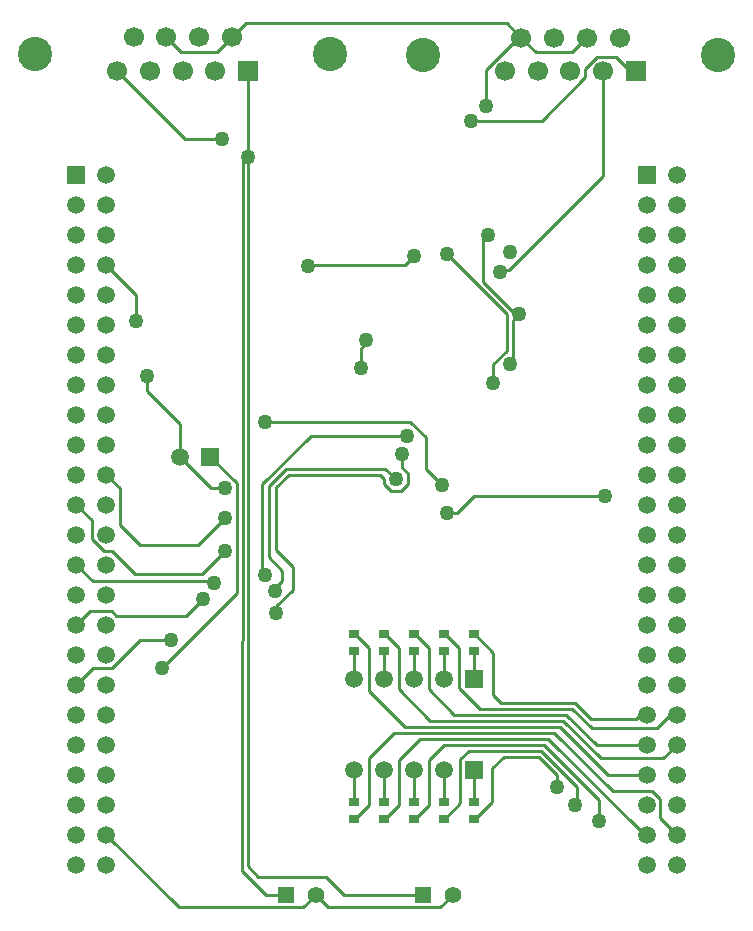
<source format=gbl>
G04*
G04 #@! TF.GenerationSoftware,Altium Limited,Altium Designer,19.0.15 (446)*
G04*
G04 Layer_Physical_Order=2*
G04 Layer_Color=16711680*
%FSLAX25Y25*%
%MOIN*%
G70*
G01*
G75*
%ADD14C,0.01000*%
%ADD29R,0.05906X0.05906*%
%ADD54C,0.11417*%
%ADD55C,0.06693*%
%ADD56R,0.06693X0.06693*%
%ADD57C,0.05906*%
%ADD58R,0.05906X0.05906*%
%ADD59R,0.05512X0.05512*%
%ADD60C,0.05512*%
%ADD61C,0.05000*%
%ADD62R,0.03543X0.02756*%
D14*
X263669Y460181D02*
X268488Y465000D01*
X267394Y418772D02*
X269122Y420500D01*
X267394Y259284D02*
Y418772D01*
X275000Y174500D02*
X281665D01*
X267122Y182378D02*
X275000Y174500D01*
X267122Y182378D02*
Y259012D01*
X272500Y180500D02*
X295000D01*
X269122Y183878D02*
X272500Y180500D01*
X269122Y183878D02*
Y420500D01*
X295000Y180500D02*
X301000Y174500D01*
X327394D01*
X258823Y455335D02*
X263669Y460181D01*
X269122Y420500D02*
Y449000D01*
X256551Y320500D02*
X265394Y311657D01*
X240500Y250047D02*
X265394Y274941D01*
X267122Y259012D02*
X267394Y259284D01*
X265394Y274941D02*
Y311657D01*
X246150Y170244D02*
X287409D01*
X291665Y174500D01*
X221894Y194500D02*
X246150Y170244D01*
X256394Y320500D02*
X256551D01*
X246705Y455335D02*
X258823D01*
X361319Y459000D02*
X361569Y458750D01*
X365075Y455244D01*
X378828Y206672D02*
Y210500D01*
X366828Y222500D02*
X378828Y210500D01*
X367657Y224500D02*
X386000Y206157D01*
X369209Y226500D02*
X399606Y196102D01*
X371209Y228500D02*
X390756Y208953D01*
X389000Y214500D02*
X399894D01*
X373000Y230500D02*
X389000Y214500D01*
X386661Y220047D02*
X407547D01*
X374209Y232500D02*
X386661Y220047D01*
X385500Y224209D02*
X399602D01*
X375209Y234500D02*
X385500Y224209D01*
X390756Y208953D02*
X403844D01*
X399602Y224209D02*
X401894Y226500D01*
X401496Y196102D02*
X401894Y196500D01*
X378000Y205843D02*
X378828Y206672D01*
X317894Y228500D02*
X371209D01*
X321394Y230500D02*
X373000D01*
X378000Y204500D02*
Y205843D01*
X329787Y232500D02*
X374209D01*
X334394Y224500D02*
X367657D01*
X399606Y196102D02*
X401496D01*
X386000Y199000D02*
Y206157D01*
X342867Y222500D02*
X366828D01*
X337894Y234500D02*
X375209D01*
X326394Y226500D02*
X369209D01*
X381244Y459244D02*
Y460885D01*
X358012Y459000D02*
X361319D01*
X355319Y465000D02*
X360228Y460090D01*
X268488Y465000D02*
X355319D01*
X241858Y460181D02*
X246705Y455335D01*
X273894Y282513D02*
Y311387D01*
X274658Y280851D02*
Y281749D01*
X273894Y282513D02*
X274658Y281749D01*
X273894Y311387D02*
X290006Y327500D01*
X276000Y286894D02*
Y310665D01*
Y286894D02*
X280500Y282394D01*
X276000Y310665D02*
X281835Y316500D01*
X248000Y426500D02*
X260500D01*
X225500Y449000D02*
X248000Y426500D01*
X295921Y170244D02*
X333138D01*
X291665Y174500D02*
X295921Y170244D01*
X357471Y366078D02*
X359394Y368000D01*
X357471Y353262D02*
Y366078D01*
X356500Y352291D02*
X357471Y353262D01*
X355394Y355759D02*
Y368015D01*
X350894Y351259D02*
X355394Y355759D01*
X335489Y387920D02*
Y388000D01*
Y387920D02*
X355394Y368015D01*
X365075Y455244D02*
X377244D01*
X381244Y459244D01*
X361319Y459000D02*
X361819D01*
X360228Y460090D02*
X361319Y459000D01*
X348500Y449488D02*
X358012Y459000D01*
X348500Y437500D02*
Y449488D01*
X343500Y432500D02*
X367031D01*
X381433Y446902D01*
Y449704D02*
X385485Y453756D01*
X381433Y446902D02*
Y449704D01*
X396590Y448910D02*
X398398D01*
X391744Y453756D02*
X396590Y448910D01*
X385485Y453756D02*
X391744D01*
X353000Y381878D02*
X353765Y382643D01*
X356040D01*
X387492Y414095D01*
Y448910D01*
X358628Y368765D02*
X359394Y368000D01*
X361819Y459000D02*
X362910Y460090D01*
X360228D02*
X362910D01*
X289000Y384209D02*
X321500D01*
X381244Y460885D02*
X382039Y460090D01*
X347500Y378737D02*
Y395729D01*
X338709Y301709D02*
X344500Y307500D01*
X335500Y301709D02*
X338709D01*
X344500Y307500D02*
X388000D01*
X246394Y320500D02*
Y331500D01*
Y320500D02*
X256894Y310000D01*
X324500Y387209D02*
X325000Y387709D01*
X321500Y384209D02*
X324500Y387209D01*
X356500Y351209D02*
Y352291D01*
X347500Y378737D02*
X357471Y368765D01*
X358628D01*
X347394Y395836D02*
X347500Y395729D01*
X350894Y345000D02*
Y351259D01*
X308500Y358233D02*
Y359315D01*
X306703Y356435D02*
X308500Y358233D01*
X306703Y350000D02*
Y356435D01*
X284000Y276052D02*
Y283828D01*
X278500Y270552D02*
X284000Y276052D01*
X278500Y268209D02*
Y270552D01*
X278000Y275709D02*
Y276606D01*
X280500Y279106D01*
X406453Y200047D02*
X410250Y196250D01*
X412000Y194500D01*
X274658Y332000D02*
X323157D01*
X278500Y289328D02*
X284000Y283828D01*
X278500Y289328D02*
Y310337D01*
X282663Y314500D01*
X280500Y279106D02*
Y282394D01*
X372000Y210500D02*
Y214500D01*
X366000Y220500D02*
X372000Y214500D01*
X354453Y220500D02*
X366000D01*
X403844Y208953D02*
X406453Y206344D01*
X383722Y230000D02*
X405394D01*
X377222Y236500D02*
X383722Y230000D01*
X399894Y214500D02*
X401894Y216500D01*
X334394Y246500D02*
Y255744D01*
X223738Y288953D02*
X231482Y281209D01*
X253602D01*
X221144Y288953D02*
X223738D01*
X216964Y293132D02*
X221144Y288953D01*
X253602Y281209D02*
X261394Y289000D01*
X282663Y314500D02*
X313000D01*
X290006Y327500D02*
X322000D01*
X281835Y316500D02*
X314894D01*
X406453Y200047D02*
Y206344D01*
X344394Y199744D02*
X344787D01*
X344153D02*
X344394D01*
X344787D02*
X350500Y205457D01*
Y216547D01*
X354453Y220500D01*
X407547Y220047D02*
X412000Y224500D01*
X405394Y230000D02*
X410447Y235053D01*
X410500Y196500D02*
X411894D01*
X398394Y233000D02*
X400447Y235053D01*
X383551Y233000D02*
X398394D01*
X378050Y238500D02*
X383551Y233000D01*
X323157Y332000D02*
X328282Y326874D01*
X233000Y291000D02*
X252394D01*
X226346Y297654D02*
X233000Y291000D01*
X226346Y297654D02*
Y310047D01*
X221894Y314500D02*
X226346Y310047D01*
X257441Y278953D02*
X257894Y278500D01*
X217441Y278953D02*
X257441D01*
X211894Y284500D02*
X217441Y278953D01*
X223738Y250047D02*
X233191Y259500D01*
X217441Y250047D02*
X223738D01*
X211894Y244500D02*
X217441Y250047D01*
X252394Y291000D02*
X261394Y300000D01*
X233191Y259500D02*
X243500D01*
X216964Y293132D02*
Y299429D01*
X211894Y304500D02*
X216964Y299429D01*
X216347Y268953D02*
X223738D01*
X211894Y264500D02*
X216347Y268953D01*
X223738D02*
X225191Y267500D01*
X248500D02*
X254000Y273000D01*
X225191Y267500D02*
X248500D01*
X313000Y314500D02*
X314394Y313106D01*
Y311343D02*
Y313106D01*
Y311343D02*
X316737Y309000D01*
X320051D01*
X322394Y311343D01*
Y314872D01*
X320595Y316671D02*
X322394Y314872D01*
X320595Y316671D02*
Y321282D01*
X211894Y254500D02*
X212644Y255250D01*
X328282Y316391D02*
Y326874D01*
Y316391D02*
X333673Y311000D01*
X314894Y316500D02*
X318394Y313000D01*
X346367Y236500D02*
X377222D01*
X339394Y243473D02*
X346367Y236500D01*
X353500Y238500D02*
X378050D01*
X350894Y241106D02*
X353500Y238500D01*
X350894Y241106D02*
Y255150D01*
X329394Y243000D02*
X337894Y234500D01*
X319394Y242894D02*
X329787Y232500D01*
X309394Y242500D02*
X321394Y230500D01*
X339894Y219527D02*
X342867Y222500D01*
X329394Y219500D02*
X334394Y224500D01*
X319394Y219500D02*
X326394Y226500D01*
X309394Y220000D02*
X317894Y228500D01*
X235394Y342500D02*
Y347500D01*
Y342500D02*
X246394Y331500D01*
X256894Y310000D02*
X261394D01*
X231894Y365772D02*
Y374500D01*
X221894Y384500D02*
X231894Y374500D01*
X339894Y204850D02*
Y219527D01*
X334787Y199744D02*
X339894Y204850D01*
X329394Y204350D02*
Y219500D01*
Y243000D02*
Y256650D01*
X324787Y199744D02*
X329394Y204350D01*
X309394D02*
Y220000D01*
X304787Y199744D02*
X309394Y204350D01*
X304394Y199744D02*
X304787D01*
X319394Y204350D02*
Y219500D01*
X314787Y199744D02*
X319394Y204350D01*
X314394Y199744D02*
X314787D01*
X324394D02*
X324787D01*
X334394D02*
X334787D01*
X339394Y243473D02*
Y256650D01*
X319394Y242894D02*
Y256650D01*
X344787Y261256D02*
X350894Y255150D01*
X344394Y205256D02*
X344394Y205256D01*
X344394Y205256D02*
Y216000D01*
X334394Y205256D02*
X334394Y205256D01*
X334394Y205256D02*
Y216000D01*
X324394Y205256D02*
X324394Y205256D01*
X324394Y205256D02*
Y216000D01*
X314394Y205256D02*
X314394Y205256D01*
X314394Y205256D02*
Y216000D01*
X309394Y242500D02*
Y256650D01*
X304394Y205256D02*
X304394Y205256D01*
X304394Y205256D02*
Y216000D01*
X344394Y261256D02*
X344787D01*
X334787D02*
X339394Y256650D01*
X324787Y261256D02*
X329394Y256650D01*
X334394Y261256D02*
X334787D01*
X324394D02*
X324787D01*
X314787D02*
X319394Y256650D01*
X314394Y261256D02*
X314787D01*
X304787D02*
X309394Y256650D01*
X304394Y261256D02*
X304787D01*
X344394Y255744D02*
X344394Y255744D01*
Y246500D02*
Y255744D01*
X334394Y255744D02*
X334394Y255744D01*
X324394Y255744D02*
X324394Y255744D01*
Y246500D02*
Y255744D01*
X314394Y255744D02*
X314394Y255744D01*
Y246500D02*
Y255744D01*
X304394Y255744D02*
X304394Y255744D01*
Y246500D02*
Y255744D01*
X333138Y170244D02*
X337394Y174500D01*
D29*
X344394Y246500D02*
D03*
Y216000D02*
D03*
X256394Y320500D02*
D03*
D54*
X327394Y454500D02*
D03*
X425779D02*
D03*
X198118Y454591D02*
D03*
X296504D02*
D03*
D55*
X360228Y460090D02*
D03*
X371134D02*
D03*
X382039D02*
D03*
X392945D02*
D03*
X354776Y448910D02*
D03*
X365681D02*
D03*
X376587D02*
D03*
X387492D02*
D03*
X230953Y460181D02*
D03*
X241858D02*
D03*
X252764D02*
D03*
X263669D02*
D03*
X225500Y449000D02*
D03*
X236405D02*
D03*
X247311D02*
D03*
X258217D02*
D03*
D56*
X398398Y448910D02*
D03*
X269122Y449000D02*
D03*
D57*
X304394Y246500D02*
D03*
X314394D02*
D03*
X324394D02*
D03*
X334394D02*
D03*
X304394Y216000D02*
D03*
X314394D02*
D03*
X324394D02*
D03*
X334394D02*
D03*
X246394Y320500D02*
D03*
X221894Y414500D02*
D03*
X211894Y404500D02*
D03*
X221894D02*
D03*
X211894Y394500D02*
D03*
X221894D02*
D03*
X211894Y384500D02*
D03*
X221894D02*
D03*
X211894Y374500D02*
D03*
X221894D02*
D03*
X211894Y364500D02*
D03*
X221894D02*
D03*
X211894Y354500D02*
D03*
X221894D02*
D03*
X211894Y344500D02*
D03*
X221894D02*
D03*
X211894Y334500D02*
D03*
X221894D02*
D03*
X211894Y324500D02*
D03*
X221894D02*
D03*
X211894Y314500D02*
D03*
X221894D02*
D03*
X211894Y304500D02*
D03*
X221894D02*
D03*
X211894Y294500D02*
D03*
X221894D02*
D03*
X211894Y284500D02*
D03*
X221894D02*
D03*
X211894Y274500D02*
D03*
X221894D02*
D03*
X211894Y264500D02*
D03*
X221894D02*
D03*
X211894Y254500D02*
D03*
X221894D02*
D03*
X211894Y244500D02*
D03*
X221894D02*
D03*
X211894Y234500D02*
D03*
X221894D02*
D03*
X211894Y224500D02*
D03*
X221894D02*
D03*
X211894Y214500D02*
D03*
X221894D02*
D03*
X211894Y204500D02*
D03*
X221894D02*
D03*
X211894Y194500D02*
D03*
X221894D02*
D03*
X211894Y184500D02*
D03*
X221894D02*
D03*
X412000Y414500D02*
D03*
X402000Y404500D02*
D03*
X412000D02*
D03*
X402000Y394500D02*
D03*
X412000D02*
D03*
X402000Y384500D02*
D03*
X412000D02*
D03*
X402000Y374500D02*
D03*
X412000D02*
D03*
X402000Y364500D02*
D03*
X412000D02*
D03*
X402000Y354500D02*
D03*
X412000D02*
D03*
X402000Y344500D02*
D03*
X412000D02*
D03*
X402000Y334500D02*
D03*
X412000D02*
D03*
X402000Y324500D02*
D03*
X412000D02*
D03*
X402000Y314500D02*
D03*
X412000D02*
D03*
X402000Y304500D02*
D03*
X412000D02*
D03*
X402000Y294500D02*
D03*
X412000D02*
D03*
X402000Y284500D02*
D03*
X412000D02*
D03*
X402000Y274500D02*
D03*
X412000D02*
D03*
X402000Y264500D02*
D03*
X412000D02*
D03*
X402000Y254500D02*
D03*
X412000D02*
D03*
X402000Y244500D02*
D03*
X412000D02*
D03*
X402000Y234500D02*
D03*
X412000D02*
D03*
X402000Y224500D02*
D03*
X412000D02*
D03*
X402000Y214500D02*
D03*
X412000D02*
D03*
X402000Y204500D02*
D03*
X412000D02*
D03*
X402000Y194500D02*
D03*
X412000D02*
D03*
X402000Y184500D02*
D03*
X412000D02*
D03*
D58*
X211894Y414500D02*
D03*
X402000D02*
D03*
D59*
X327394Y174500D02*
D03*
X281665D02*
D03*
D60*
X337394D02*
D03*
X291665D02*
D03*
D61*
X269122Y420500D02*
D03*
X260500Y426500D02*
D03*
X348500Y437500D02*
D03*
X353000Y381878D02*
D03*
X356394Y388653D02*
D03*
X359394Y368000D02*
D03*
X343500Y432500D02*
D03*
X349000Y394500D02*
D03*
X289094Y384000D02*
D03*
X324500Y387209D02*
D03*
X356500Y351209D02*
D03*
X308500Y359315D02*
D03*
X335489Y388000D02*
D03*
X335500Y301709D02*
D03*
X274658Y280851D02*
D03*
X278000Y275709D02*
D03*
X240500Y250047D02*
D03*
X274658Y332000D02*
D03*
X278500Y268209D02*
D03*
X372000Y210500D02*
D03*
X386000Y199000D02*
D03*
X378000Y204500D02*
D03*
X254000Y273000D02*
D03*
X243500Y259500D02*
D03*
X320595Y321282D02*
D03*
X388000Y307500D02*
D03*
X333673Y311000D02*
D03*
X318394Y313000D02*
D03*
X322000Y327500D02*
D03*
X306703Y350000D02*
D03*
X235394Y347500D02*
D03*
X261394Y310000D02*
D03*
X257894Y278500D02*
D03*
X261394Y300000D02*
D03*
Y289000D02*
D03*
X350894Y345000D02*
D03*
X231894Y365772D02*
D03*
D62*
X324394Y205256D02*
D03*
Y199744D02*
D03*
Y261256D02*
D03*
Y255744D02*
D03*
X334394Y261256D02*
D03*
Y255744D02*
D03*
X304394Y261256D02*
D03*
Y255744D02*
D03*
X314394Y261256D02*
D03*
Y255744D02*
D03*
X304394Y199744D02*
D03*
Y205256D02*
D03*
X344394Y199744D02*
D03*
Y205256D02*
D03*
X334394Y199744D02*
D03*
Y205256D02*
D03*
X314394Y199744D02*
D03*
Y205256D02*
D03*
X344394Y261256D02*
D03*
Y255744D02*
D03*
M02*

</source>
